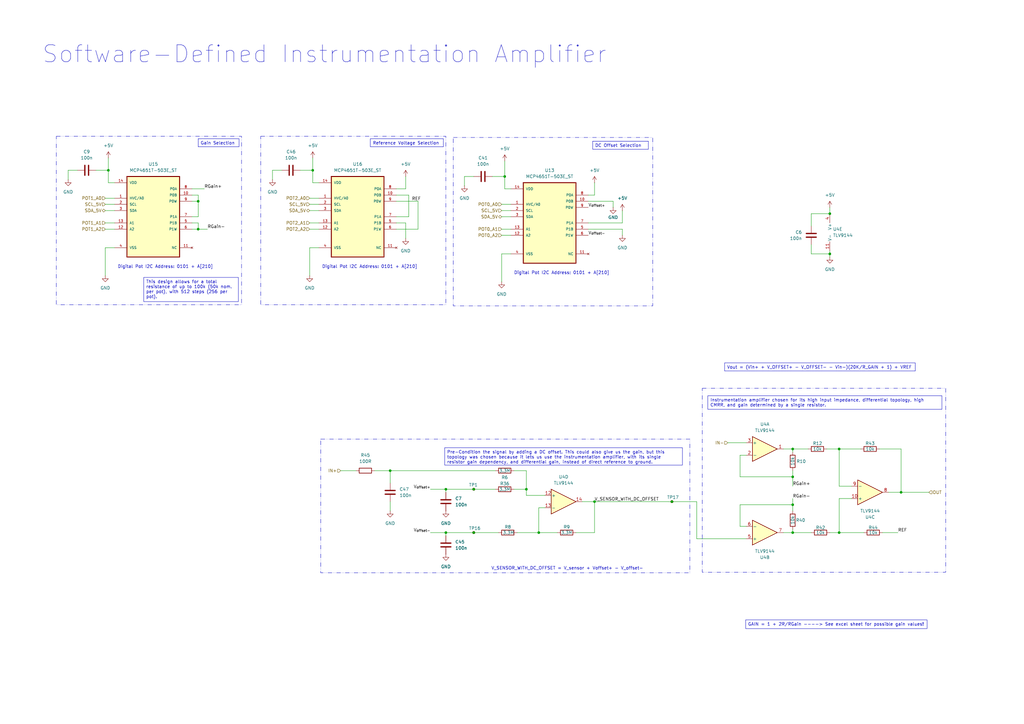
<source format=kicad_sch>
(kicad_sch (version 20250114) (generator "eeschema") (generator_version "9.0")
  (paper "A3")
  (title_block (title "LoRa Water Quality Management System Sensor Node"))
  (lib_symbols
    (symbol "Amplifier_Operational:LMV324" (pin_names (offset 0.127))
      (property "Reference" "U" (at 0 5.08 0))
      (property "Value" "LMV324" (at 0 -5.08 0))
      (symbol "LMV324_1_1"
        (polyline (pts (xy -5.08 5.08) (xy 5.08 0) (xy -5.08 -5.08) (xy -5.08 5.08)) (stroke (width 0.254)) (fill (type background)))
        (pin input line (at -7.62 2.54 0) (length 2.54) (name "+") (number "3"))
        (pin input line (at -7.62 -2.54 0) (length 2.54) (name "-") (number "2"))
        (pin output line (at 7.62 0 180) (length 2.54) (name "~") (number "1"))
      )
      (symbol "LMV324_2_1"
        (polyline (pts (xy -5.08 5.08) (xy 5.08 0) (xy -5.08 -5.08) (xy -5.08 5.08)) (stroke (width 0.254)) (fill (type background)))
        (pin input line (at -7.62 2.54 0) (length 2.54) (name "+") (number "5"))
        (pin input line (at -7.62 -2.54 0) (length 2.54) (name "-") (number "6"))
        (pin output line (at 7.62 0 180) (length 2.54) (name "~") (number "7"))
      )
      (symbol "LMV324_3_1"
        (polyline (pts (xy -5.08 5.08) (xy 5.08 0) (xy -5.08 -5.08) (xy -5.08 5.08)) (stroke (width 0.254)) (fill (type background)))
        (pin input line (at -7.62 2.54 0) (length 2.54) (name "+") (number "10"))
        (pin input line (at -7.62 -2.54 0) (length 2.54) (name "-") (number "9"))
        (pin output line (at 7.62 0 180) (length 2.54) (name "~") (number "8"))
      )
      (symbol "LMV324_4_1"
        (polyline (pts (xy -5.08 5.08) (xy 5.08 0) (xy -5.08 -5.08) (xy -5.08 5.08)) (stroke (width 0.254)) (fill (type background)))
        (pin input line (at -7.62 2.54 0) (length 2.54) (name "+") (number "12"))
        (pin input line (at -7.62 -2.54 0) (length 2.54) (name "-") (number "13"))
        (pin output line (at 7.62 0 180) (length 2.54) (name "~") (number "14"))
      )
      (symbol "LMV324_5_1"
        (pin power_in line (at -2.54 7.62 270) (length 3.81) (name "V+") (number "4"))
        (pin power_in line (at -2.54 -7.62 90) (length 3.81) (name "V-") (number "11"))
      )
    )
    (symbol "Connector:TestPoint_Small" (pin_numbers (hide yes)) (pin_names (offset 0.762) (hide yes))
      (property "Reference" "TP" (at 0 3.81 0))
      (property "Value" "TestPoint_Small" (at 0 2.032 0))
      (symbol "TestPoint_Small_0_1"
        (circle (center 0 0) (radius 0.508))
      )
      (symbol "TestPoint_Small_1_1"
        (pin passive line (at 0 0 90) (length 0) (name "1") (number "1"))
      )
    )
    (symbol "Device:C" (pin_numbers (hide yes)) (pin_names (offset 0.254))
      (property "Reference" "C" (at 0.635 2.54 0))
      (property "Value" "C" (at 0.635 -2.54 0))
      (symbol "C_0_1"
        (polyline (pts (xy -2.032 0.762) (xy 2.032 0.762)) (stroke (width 0.508)))
        (polyline (pts (xy -2.032 -0.762) (xy 2.032 -0.762)) (stroke (width 0.508)))
      )
      (symbol "C_1_1"
        (pin passive line (at 0 3.81 270) (length 2.794) (name "~") (number "1"))
        (pin passive line (at 0 -3.81 90) (length 2.794) (name "~") (number "2"))
      )
    )
    (symbol "Device:R" (pin_numbers (hide yes)) (pin_names (offset 0))
      (property "Reference" "R" (at 2.032 0 90))
      (property "Value" "R" (at 0 0 90))
      (symbol "R_0_1"
        (rectangle (start -1.016 -2.54) (end 1.016 2.54) (stroke (width 0.254)))
      )
      (symbol "R_1_1"
        (pin passive line (at 0 3.81 270) (length 1.27) (name "~") (number "1"))
        (pin passive line (at 0 -3.81 90) (length 1.27) (name "~") (number "2"))
      )
    )
    (symbol "LoRaWaterQualityManagementSystem:MCP4651T-503E_ST" (pin_names (offset 1.016))
      (property "Reference" "U" (at -12.7 23.86 0))
      (property "Value" "MCP4651T-503E_ST" (at -12.7 -26.86 0))
      (symbol "MCP4651T-503E_ST_0_0"
        (rectangle (start -12.7 22.86) (end 8.89 -10.16) (stroke (width 0.41)) (fill (type background)))
        (pin power_in line (at -17.78 20.32 0) (length 5.08) (name "VDD") (number "14"))
        (pin input line (at -17.78 13.97 0) (length 5.08) (name "HVC/A0") (number "1"))
        (pin input line (at -17.78 11.43 0) (length 5.08) (name "SCL") (number "2"))
        (pin bidirectional line (at -17.78 8.89 0) (length 5.08) (name "SDA") (number "3"))
        (pin input line (at -17.78 3.81 0) (length 5.08) (name "A1") (number "13"))
        (pin input line (at -17.78 1.27 0) (length 5.08) (name "A2") (number "12"))
        (pin power_in line (at -17.78 -6.35 0) (length 5.08) (name "VSS") (number "4"))
        (pin bidirectional line (at 13.97 17.78 180) (length 5.08) (name "P0A") (number "8"))
        (pin bidirectional line (at 13.97 15.24 180) (length 5.08) (name "P0B") (number "10"))
        (pin bidirectional line (at 13.97 12.7 180) (length 5.08) (name "P0W") (number "9"))
        (pin bidirectional line (at 13.97 6.35 180) (length 5.08) (name "P1A") (number "7"))
        (pin bidirectional line (at 13.97 3.81 180) (length 5.08) (name "P1B") (number "5"))
        (pin bidirectional line (at 13.97 1.27 180) (length 5.08) (name "P1W") (number "6"))
      )
      (symbol "MCP4651T-503E_ST_1_0"
        (pin no_connect line (at 13.97 -6.35 180) (length 5.08) (name "NC") (number "11"))
      )
    )
    (symbol "power:+5V" (power) (pin_numbers (hide yes)) (pin_names (offset 0) (hide yes))
      (property "Value" "+5V" (at 0 3.556 0))
      (symbol "+5V_0_1"
        (polyline (pts (xy -0.762 1.27) (xy 0 2.54)))
        (polyline (pts (xy 0 2.54) (xy 0.762 1.27)))
        (polyline (pts (xy 0 0) (xy 0 2.54)))
      )
      (symbol "+5V_1_1"
        (pin power_in line (at 0 0 90) (length 0) (name "~") (number "1"))
      )
    )
    (symbol "power:GND" (power) (pin_numbers (hide yes)) (pin_names (offset 0) (hide yes))
      (property "Value" "GND" (at 0 -3.81 0))
      (symbol "GND_0_1"
        (polyline (pts (xy 0 0) (xy 0 -1.27) (xy 1.27 -1.27) (xy 0 -2.54) (xy -1.27 -1.27) (xy 0 -1.27)))
      )
      (symbol "GND_1_1"
        (pin power_in line (at 0 0 270) (length 0) (name "~") (number "1"))
      )
    )
  )
  (rectangle (start 288.036 159.258) (end 387.858 234.696) (stroke (width 0) (type dash_dot_dot)))
  (rectangle (start 23.114 55.88) (end 99.06 124.968) (stroke (width 0) (type dash_dot_dot)))
  (rectangle (start 106.934 55.88) (end 182.88 124.968) (stroke (width 0) (type dash_dot_dot)))
  (rectangle (start 131.572 180.086) (end 282.956 234.95) (stroke (width 0) (type dash_dot_dot)))
  (rectangle (start 185.928 56.388) (end 267.716 125.476) (stroke (width 0) (type dash_dot_dot)))
  (text "Digital Pot I2C Address: 0101 + A[210]" (at 67.818 109.474 0) (effects (font (size 1.27 1.27))))
  (text "Digital Pot I2C Address: 0101 + A[210]" (at 230.378 112.014 0) (effects (font (size 1.27 1.27))))
  (text "Software-Defined Instrumentation Amplifier" (at 133.096 22.352 0) (effects (font (size 7 7))))
  (text "Digital Pot I2C Address: 0101 + A[210]" (at 151.638 109.474 0) (effects (font (size 1.27 1.27))))
  (text "V_SENSOR_WITH_DC_OFFSET = V_sensor + Voffset+ - V_offset-" (at 232.664 233.172 0) (effects (font (size 1.27 1.27))))
  (text_box "DC Offset Selection" (at 243.078 57.912 0) (size 22.86 3.302) (margins 0.9525 0.9525 0.9525 0.9525) (effects (font (size 1.27 1.27)) (justify left top)))
  (text_box "Vout = (Vin+ + V_OFFSET+ - V_OFFSET- - Vin-)(20K/R_GAIN + 1) + VREF" (at 297.18 148.844 0) (size 78.232 3.302) (margins 0.9525 0.9525 0.9525 0.9525) (effects (font (size 1.27 1.27)) (justify left top)))
  (text_box "GAIN = 1 + 2R/RGain ----> See excel sheet for possible gain values!" (at 305.816 254.254 0) (size 74.422 3.556) (margins 0.9525 0.9525 0.9525 0.9525) (effects (font (size 1.27 1.27)) (justify left top)))
  (text_box "Instrumentation amplifier chosen for its high input impedance, differential topology, high CMRR, and gain determined by a single resistor." (at 290.322 162.306 0) (size 96.012 5.588) (margins 0.9525 0.9525 0.9525 0.9525) (effects (font (size 1.27 1.27)) (justify left top)))
  (text_box "Pre-Condition the signal by adding a DC offset. This could also give us the gain, but this topology was chosen because it lets us use the instrumentation amplifier, with its single resistor gain dependency, and differential gain, instead of direct reference to ground." (at 182.372 183.642 0) (size 97.536 7.112) (margins 0.9525 0.9525 0.9525 0.9525) (effects (font (size 1.27 1.27)) (justify left top)))
  (text_box "Reference Voltage Selection" (at 151.892 56.896 0) (size 29.972 3.302) (margins 0.9525 0.9525 0.9525 0.9525) (effects (font (size 1.27 1.27)) (justify left top)))
  (text_box "This design allows for a total resistance of up to 100k (50k nom. per pot), with 512 steps (256 per pot)." (at 58.928 113.792 0) (size 38.862 9.906) (margins 0.9525 0.9525 0.9525 0.9525) (effects (font (size 1.27 1.27)) (justify left top)))
  (text_box "Gain Selection" (at 81.28 56.896 0) (size 16.764 3.302) (margins 0.9525 0.9525 0.9525 0.9525) (effects (font (size 1.27 1.27)) (justify left top)))
  (junction (at 194.31 200.66))
  (junction (at 182.88 218.44))
  (junction (at 81.28 93.98))
  (junction (at 194.31 218.44))
  (junction (at 160.02 193.04))
  (junction (at 81.28 82.55))
  (junction (at 207.01 72.39))
  (junction (at 325.12 218.44))
  (junction (at 182.88 200.66))
  (junction (at 325.12 207.01))
  (junction (at 215.9 200.66))
  (junction (at 128.27 69.85))
  (junction (at 243.84 205.74))
  (junction (at 44.45 69.85))
  (junction (at 325.12 195.58))
  (junction (at 340.36 104.14))
  (junction (at 344.17 218.44))
  (junction (at 275.59 205.74))
  (junction (at 369.57 201.93))
  (junction (at 325.12 184.15))
  (junction (at 344.17 184.15))
  (junction (at 340.36 87.63))
  (junction (at 220.98 218.44))
  (wire (pts (xy 201.93 72.39) (xy 207.01 72.39)))
  (wire (pts (xy 251.46 85.09) (xy 251.46 82.55)))
  (wire (pts (xy 207.01 66.04) (xy 207.01 72.39)))
  (wire (pts (xy 325.12 184.15) (xy 321.31 184.15)))
  (wire (pts (xy 160.02 193.04) (xy 203.2 193.04)))
  (wire (pts (xy 220.98 208.28) (xy 220.98 218.44)))
  (wire (pts (xy 349.25 204.47) (xy 344.17 204.47)))
  (wire (pts (xy 340.36 218.44) (xy 344.17 218.44)))
  (wire (pts (xy 369.57 201.93) (xy 381 201.93)))
  (wire (pts (xy 127 93.98) (xy 130.81 93.98)))
  (wire (pts (xy 127 91.44) (xy 130.81 91.44)))
  (wire (pts (xy 325.12 207.01) (xy 303.53 207.01)))
  (wire (pts (xy 303.53 186.69) (xy 306.07 186.69)))
  (wire (pts (xy 325.12 218.44) (xy 332.74 218.44)))
  (wire (pts (xy 255.27 86.36) (xy 255.27 91.44)))
  (wire (pts (xy 325.12 217.17) (xy 325.12 218.44)))
  (wire (pts (xy 220.98 218.44) (xy 228.6 218.44)))
  (wire (pts (xy 81.28 93.98) (xy 85.09 93.98)))
  (wire (pts (xy 182.88 200.66) (xy 182.88 201.93)))
  (wire (pts (xy 162.56 88.9) (xy 167.64 88.9)))
  (wire (pts (xy 303.53 215.9) (xy 306.07 215.9)))
  (wire (pts (xy 332.74 87.63) (xy 332.74 92.71)))
  (wire (pts (xy 205.74 104.14) (xy 209.55 104.14)))
  (wire (pts (xy 162.56 82.55) (xy 171.45 82.55)))
  (wire (pts (xy 182.88 218.44) (xy 182.88 219.71)))
  (wire (pts (xy 340.36 104.14) (xy 340.36 102.87)))
  (wire (pts (xy 166.37 91.44) (xy 166.37 97.79)))
  (wire (pts (xy 27.94 69.85) (xy 27.94 73.66)))
  (wire (pts (xy 205.74 86.36) (xy 209.55 86.36)))
  (wire (pts (xy 205.74 93.98) (xy 209.55 93.98)))
  (wire (pts (xy 215.9 203.2) (xy 215.9 200.66)))
  (wire (pts (xy 194.31 218.44) (xy 204.47 218.44)))
  (wire (pts (xy 340.36 85.09) (xy 340.36 87.63)))
  (wire (pts (xy 160.02 198.12) (xy 160.02 193.04)))
  (wire (pts (xy 167.64 80.01) (xy 162.56 80.01)))
  (wire (pts (xy 243.84 218.44) (xy 243.84 205.74)))
  (wire (pts (xy 162.56 91.44) (xy 166.37 91.44)))
  (wire (pts (xy 344.17 218.44) (xy 354.33 218.44)))
  (wire (pts (xy 127 101.6) (xy 130.81 101.6)))
  (wire (pts (xy 160.02 205.74) (xy 160.02 209.55)))
  (wire (pts (xy 127 81.28) (xy 130.81 81.28)))
  (wire (pts (xy 167.64 88.9) (xy 167.64 80.01)))
  (wire (pts (xy 81.28 88.9) (xy 78.74 88.9)))
  (wire (pts (xy 115.57 69.85) (xy 111.76 69.85)))
  (wire (pts (xy 215.9 203.2) (xy 223.52 203.2)))
  (wire (pts (xy 344.17 204.47) (xy 344.17 218.44)))
  (wire (pts (xy 194.31 200.66) (xy 203.2 200.66)))
  (wire (pts (xy 162.56 77.47) (xy 166.37 77.47)))
  (wire (pts (xy 325.12 193.04) (xy 325.12 195.58)))
  (wire (pts (xy 207.01 72.39) (xy 207.01 77.47)))
  (wire (pts (xy 303.53 207.01) (xy 303.53 215.9)))
  (wire (pts (xy 236.22 218.44) (xy 243.84 218.44)))
  (wire (pts (xy 160.02 193.04) (xy 153.67 193.04)))
  (wire (pts (xy 238.76 205.74) (xy 243.84 205.74)))
  (wire (pts (xy 43.18 83.82) (xy 46.99 83.82)))
  (wire (pts (xy 209.55 77.47) (xy 207.01 77.47)))
  (wire (pts (xy 78.74 82.55) (xy 81.28 82.55)))
  (wire (pts (xy 369.57 184.15) (xy 369.57 201.93)))
  (wire (pts (xy 162.56 93.98) (xy 171.45 93.98)))
  (wire (pts (xy 46.99 74.93) (xy 44.45 74.93)))
  (wire (pts (xy 243.84 80.01) (xy 241.3 80.01)))
  (wire (pts (xy 194.31 72.39) (xy 190.5 72.39)))
  (wire (pts (xy 303.53 195.58) (xy 303.53 186.69)))
  (wire (pts (xy 325.12 218.44) (xy 321.31 218.44)))
  (wire (pts (xy 43.18 101.6) (xy 43.18 113.03)))
  (wire (pts (xy 128.27 69.85) (xy 128.27 74.93)))
  (wire (pts (xy 361.95 218.44) (xy 368.3 218.44)))
  (wire (pts (xy 43.18 93.98) (xy 46.99 93.98)))
  (wire (pts (xy 130.81 74.93) (xy 128.27 74.93)))
  (wire (pts (xy 43.18 91.44) (xy 46.99 91.44)))
  (wire (pts (xy 210.82 200.66) (xy 215.9 200.66)))
  (wire (pts (xy 285.75 205.74) (xy 275.59 205.74)))
  (wire (pts (xy 31.75 69.85) (xy 27.94 69.85)))
  (wire (pts (xy 325.12 204.47) (xy 325.12 207.01)))
  (wire (pts (xy 44.45 69.85) (xy 44.45 74.93)))
  (wire (pts (xy 325.12 184.15) (xy 331.47 184.15)))
  (wire (pts (xy 255.27 96.52) (xy 255.27 93.98)))
  (wire (pts (xy 241.3 82.55) (xy 251.46 82.55)))
  (wire (pts (xy 298.45 181.61) (xy 306.07 181.61)))
  (wire (pts (xy 241.3 91.44) (xy 255.27 91.44)))
  (wire (pts (xy 332.74 100.33) (xy 332.74 104.14)))
  (wire (pts (xy 332.74 104.14) (xy 340.36 104.14)))
  (wire (pts (xy 127 86.36) (xy 130.81 86.36)))
  (wire (pts (xy 220.98 208.28) (xy 223.52 208.28)))
  (wire (pts (xy 78.74 93.98) (xy 81.28 93.98)))
  (wire (pts (xy 123.19 69.85) (xy 128.27 69.85)))
  (wire (pts (xy 360.68 184.15) (xy 369.57 184.15)))
  (wire (pts (xy 43.18 101.6) (xy 46.99 101.6)))
  (wire (pts (xy 111.76 69.85) (xy 111.76 73.66)))
  (wire (pts (xy 344.17 184.15) (xy 353.06 184.15)))
  (wire (pts (xy 215.9 193.04) (xy 210.82 193.04)))
  (wire (pts (xy 205.74 96.52) (xy 209.55 96.52)))
  (wire (pts (xy 215.9 200.66) (xy 215.9 193.04)))
  (wire (pts (xy 344.17 199.39) (xy 344.17 184.15)))
  (wire (pts (xy 43.18 81.28) (xy 46.99 81.28)))
  (wire (pts (xy 243.84 205.74) (xy 275.59 205.74)))
  (wire (pts (xy 340.36 105.41) (xy 340.36 104.14)))
  (wire (pts (xy 139.7 193.04) (xy 146.05 193.04)))
  (wire (pts (xy 166.37 72.39) (xy 166.37 77.47)))
  (wire (pts (xy 171.45 82.55) (xy 171.45 93.98)))
  (wire (pts (xy 81.28 80.01) (xy 81.28 82.55)))
  (wire (pts (xy 325.12 185.42) (xy 325.12 184.15)))
  (wire (pts (xy 349.25 199.39) (xy 344.17 199.39)))
  (wire (pts (xy 127 83.82) (xy 130.81 83.82)))
  (wire (pts (xy 176.53 218.44) (xy 182.88 218.44)))
  (wire (pts (xy 78.74 77.47) (xy 83.82 77.47)))
  (wire (pts (xy 205.74 104.14) (xy 205.74 115.57)))
  (wire (pts (xy 128.27 64.77) (xy 128.27 69.85)))
  (wire (pts (xy 339.09 184.15) (xy 344.17 184.15)))
  (wire (pts (xy 325.12 207.01) (xy 325.12 209.55)))
  (wire (pts (xy 332.74 87.63) (xy 340.36 87.63)))
  (wire (pts (xy 285.75 205.74) (xy 285.75 220.98)))
  (wire (pts (xy 190.5 72.39) (xy 190.5 76.2)))
  (wire (pts (xy 369.57 201.93) (xy 364.49 201.93)))
  (wire (pts (xy 78.74 91.44) (xy 81.28 91.44)))
  (wire (pts (xy 81.28 82.55) (xy 81.28 88.9)))
  (wire (pts (xy 243.84 74.93) (xy 243.84 80.01)))
  (wire (pts (xy 81.28 91.44) (xy 81.28 93.98)))
  (wire (pts (xy 212.09 218.44) (xy 220.98 218.44)))
  (wire (pts (xy 205.74 83.82) (xy 209.55 83.82)))
  (wire (pts (xy 127 101.6) (xy 127 113.03)))
  (wire (pts (xy 39.37 69.85) (xy 44.45 69.85)))
  (wire (pts (xy 205.74 88.9) (xy 209.55 88.9)))
  (wire (pts (xy 285.75 220.98) (xy 306.07 220.98)))
  (wire (pts (xy 182.88 218.44) (xy 194.31 218.44)))
  (wire (pts (xy 241.3 93.98) (xy 255.27 93.98)))
  (wire (pts (xy 325.12 195.58) (xy 303.53 195.58)))
  (wire (pts (xy 182.88 200.66) (xy 194.31 200.66)))
  (wire (pts (xy 78.74 80.01) (xy 81.28 80.01)))
  (wire (pts (xy 176.53 200.66) (xy 182.88 200.66)))
  (wire (pts (xy 43.18 86.36) (xy 46.99 86.36)))
  (wire (pts (xy 44.45 64.77) (xy 44.45 69.85)))
  (wire (pts (xy 325.12 199.39) (xy 325.12 195.58)))
  (label "RGain-" (at 325.12 204.47 0))
  (label "RGain+" (at 325.12 199.39 0))
  (label "V_{offset-}" (at 241.3 96.52 0))
  (label "V_{offset+}" (at 176.53 200.66 180))
  (label "RGain+" (at 83.82 77.47 0))
  (label "V_SENSOR_WITH_DC_OFFSET" (at 243.84 205.74 0))
  (label "RGain-" (at 85.09 93.98 0))
  (label "REF" (at 168.91 82.55 0))
  (label "V_{offset+}" (at 241.3 85.09 0))
  (label "REF" (at 368.3 218.44 0))
  (label "V_{offset-}" (at 176.53 218.44 180))
  (hierarchical_label "POT2_A0" (shape input) (at 127 81.28 180))
  (hierarchical_label "SDA_5V" (shape bidirectional) (at 43.18 86.36 180))
  (hierarchical_label "SCL_5V" (shape input) (at 43.18 83.82 180))
  (hierarchical_label "IN-" (shape input) (at 298.45 181.61 180))
  (hierarchical_label "POT1_A0" (shape input) (at 43.18 81.28 180))
  (hierarchical_label "POT2_A1" (shape input) (at 127 91.44 180))
  (hierarchical_label "SCL_5V" (shape input) (at 127 83.82 180))
  (hierarchical_label "SDA_5V" (shape bidirectional) (at 205.74 88.9 180))
  (hierarchical_label "POT0_A0" (shape input) (at 205.74 83.82 180))
  (hierarchical_label "POT2_A2" (shape input) (at 127 93.98 180))
  (hierarchical_label "POT1_A2" (shape input) (at 43.18 93.98 180))
  (hierarchical_label "OUT" (shape input) (at 381 201.93 0))
  (hierarchical_label "POT1_A1" (shape input) (at 43.18 91.44 180))
  (hierarchical_label "POT0_A2" (shape input) (at 205.74 96.52 180))
  (hierarchical_label "SDA_5V" (shape bidirectional) (at 127 86.36 180))
  (hierarchical_label "SCL_5V" (shape input) (at 205.74 86.36 180))
  (hierarchical_label "POT0_A1" (shape input) (at 205.74 93.98 180))
  (hierarchical_label "IN+" (shape input) (at 139.7 193.04 180))
  (symbol (lib_id "power:GND") (at 255.27 96.52 0) (unit 1)
    (property "Reference" "#PWR084" (effects (hide yes)))
    (property "Value" "GND" (at 255.27 101.6 0))
    (property "Description" "Power symbol creates a global label with name \"GND\" , ground" (effects (hide yes)))
  )
  (symbol (lib_id "Amplifier_Operational:LMV324") (at 342.9 95.25 0) (unit 5)
    (property "Reference" "U14" (at 341.63 93.9799 0) (effects (justify left)))
    (property "Value" "TLV9144" (at 341.63 96.5199 0) (effects (justify left)))
    (property "Footprint" "Package_SO:TSSOP-14_4.4x5mm_P0.65mm" (effects (hide yes)))
    (property "Datasheet" "http://www.ti.com/lit/ds/symlink/lmv324.pdf" (effects (hide yes)))
    (property "Description" "Quad Low-Voltage Rail-to-Rail Output Operational Amplifier, SOIC-14/SSOP-14" (effects (hide yes)))
    (instances (project "" (path "" (reference "U4") (unit 5))) (project "" (path "" (reference "U14") (unit 5))))
  )
  (symbol (lib_id "Device:R") (at 207.01 193.04 90) (unit 1)
    (property "Reference" "R35" (at 207.01 195.834 90))
    (property "Value" "3.3M" (at 207.01 193.04 90))
    (property "Footprint" "Resistor_SMD:R_0805_2012Metric_Pad1.20x1.40mm_HandSolder" (effects (hide yes)))
    (property "Description" "Resistor" (effects (hide yes)))
    (instances (project "" (path "" (reference "R6") (unit 1))) (project "" (path "" (reference "R35") (unit 1))))
  )
  (symbol (lib_id "Device:C") (at 182.88 223.52 0) (unit 1)
    (property "Reference" "C45" (at 186.69 222.2499 0) (effects (justify left)))
    (property "Value" "100n" (at 186.69 224.7899 0) (effects (justify left)))
    (property "Footprint" "Capacitor_SMD:C_0805_2012Metric_Pad1.18x1.45mm_HandSolder" (effects (hide yes)))
    (property "Description" "Unpolarized capacitor" (effects (hide yes)))
  )
  (symbol (lib_id "power:+5V") (at 243.84 74.93 0) (unit 1)
    (property "Reference" "#PWR081" (effects (hide yes)))
    (property "Value" "+5V" (at 243.84 69.85 0))
    (property "Description" "Power symbol creates a global label with name \"+5V\"" (effects (hide yes)))
  )
  (symbol (lib_id "Device:R") (at 336.55 218.44 90) (mirror x) (unit 1)
    (property "Reference" "R42" (at 336.55 216.408 90))
    (property "Value" "10k" (at 336.55 218.44 90))
    (property "Footprint" "Resistor_SMD:R_0805_2012Metric_Pad1.20x1.40mm_HandSolder" (effects (hide yes)))
    (property "Description" "Resistor" (effects (hide yes)))
  )
  (symbol (lib_id "power:+5V") (at 128.27 64.77 0) (unit 1)
    (property "Reference" "#PWR094" (effects (hide yes)))
    (property "Value" "+5V" (at 128.27 59.69 0))
    (property "Description" "Power symbol creates a global label with name \"+5V\"" (effects (hide yes)))
  )
  (symbol (lib_id "LoRaWaterQualityManagementSystem:MCP4651T-503E_ST") (at 227.33 97.79 0) (unit 1)
    (property "Reference" "U13" (at 225.425 69.85 0))
    (property "Value" "MCP4651T-503E_ST" (at 225.425 72.39 0))
    (property "Footprint" "Package_SO:TSSOP-14_4.4x5mm_P0.65mm" (effects (hide yes)))
  )
  (symbol (lib_id "Device:C") (at 160.02 201.93 0) (unit 1)
    (property "Reference" "C47" (at 163.83 200.6599 0) (effects (justify left)))
    (property "Value" "100n" (at 163.83 203.1999 0) (effects (justify left)))
    (property "Footprint" "Capacitor_SMD:C_0805_2012Metric_Pad1.18x1.45mm_HandSolder" (effects (hide yes)))
    (property "Description" "Unpolarized capacitor" (effects (hide yes)))
  )
  (symbol (lib_id "Connector:TestPoint_Small") (at 194.31 218.44 0) (unit 1)
    (property "Reference" "TP16" (at 192.278 216.662 0) (effects (justify left)))
    (property "Value" "TestPoint_Small" (effects (hide yes)))
    (property "Footprint" "TestPoint:TestPoint_Pad_D1.5mm" (effects (hide yes)))
    (property "Description" "test point" (effects (hide yes)))
  )
  (symbol (lib_id "power:GND") (at 205.74 115.57 0) (unit 1)
    (property "Reference" "#PWR079" (effects (hide yes)))
    (property "Value" "GND" (at 205.74 120.65 0))
    (property "Description" "Power symbol creates a global label with name \"GND\" , ground" (effects (hide yes)))
  )
  (symbol (lib_id "power:GND") (at 111.76 73.66 0) (unit 1)
    (property "Reference" "#PWR092" (effects (hide yes)))
    (property "Value" "GND" (at 111.76 78.74 0))
    (property "Description" "Power symbol creates a global label with name \"GND\" , ground" (effects (hide yes)))
  )
  (symbol (lib_id "power:+5V") (at 255.27 86.36 0) (unit 1)
    (property "Reference" "#PWR083" (effects (hide yes)))
    (property "Value" "+5V" (at 255.27 81.28 0))
    (property "Description" "Power symbol creates a global label with name \"+5V\"" (effects (hide yes)))
  )
  (symbol (lib_id "power:GND") (at 190.5 76.2 0) (unit 1)
    (property "Reference" "#PWR078" (effects (hide yes)))
    (property "Value" "GND" (at 190.5 81.28 0))
    (property "Description" "Power symbol creates a global label with name \"GND\" , ground" (effects (hide yes)))
  )
  (symbol (lib_id "Connector:TestPoint_Small") (at 194.31 200.66 0) (unit 1)
    (property "Reference" "TP15" (at 192.278 198.882 0) (effects (justify left)))
    (property "Value" "TestPoint_Small" (effects (hide yes)))
    (property "Footprint" "TestPoint:TestPoint_Pad_D1.5mm" (effects (hide yes)))
    (property "Description" "test point" (effects (hide yes)))
    (instances (project "" (path "" (reference "TP1") (unit 1))) (project "" (path "" (reference "TP?") (unit 1)) (path "" (reference "TP15") (unit 1))))
  )
  (symbol (lib_id "power:GND") (at 182.88 209.55 0) (unit 1)
    (property "Reference" "#PWR090" (effects (hide yes)))
    (property "Value" "GND" (at 182.88 214.63 0))
    (property "Description" "Power symbol creates a global label with name \"GND\" , ground" (effects (hide yes)))
    (instances (project "" (path "" (reference "#PWR022") (unit 1))) (project "" (path "" (reference "#PWR090") (unit 1))))
  )
  (symbol (lib_id "power:GND") (at 27.94 73.66 0) (unit 1)
    (property "Reference" "#PWR085" (effects (hide yes)))
    (property "Value" "GND" (at 27.94 78.74 0))
    (property "Description" "Power symbol creates a global label with name \"GND\" , ground" (effects (hide yes)))
    (instances (project "" (path "" (reference "#PWR028") (unit 1))) (project "" (path "" (reference "#PWR085") (unit 1))))
  )
  (symbol (lib_id "power:GND") (at 166.37 97.79 0) (unit 1)
    (property "Reference" "#PWR096" (effects (hide yes)))
    (property "Value" "GND" (at 166.37 102.87 0))
    (property "Description" "Power symbol creates a global label with name \"GND\" , ground" (effects (hide yes)))
  )
  (symbol (lib_id "LoRaWaterQualityManagementSystem:MCP4651T-503E_ST") (at 64.77 95.25 0) (unit 1)
    (property "Reference" "U15" (at 62.865 67.31 0))
    (property "Value" "MCP4651T-503E_ST" (at 62.865 69.85 0))
    (property "Footprint" "Package_SO:TSSOP-14_4.4x5mm_P0.65mm" (effects (hide yes)))
  )
  (symbol (lib_id "power:GND") (at 43.18 113.03 0) (unit 1)
    (property "Reference" "#PWR086" (effects (hide yes)))
    (property "Value" "GND" (at 43.18 118.11 0))
    (property "Description" "Power symbol creates a global label with name \"GND\" , ground" (effects (hide yes)))
    (instances (project "" (path "" (reference "#PWR029") (unit 1))) (project "" (path "" (reference "#PWR086") (unit 1))))
  )
  (symbol (lib_id "Device:R") (at 207.01 200.66 90) (mirror x) (unit 1)
    (property "Reference" "R36" (at 207.01 198.374 90))
    (property "Value" "3.3M" (at 207.01 200.66 90))
    (property "Footprint" "Resistor_SMD:R_0805_2012Metric_Pad1.20x1.40mm_HandSolder" (effects (hide yes)))
    (property "Description" "Resistor" (effects (hide yes)))
  )
  (symbol (lib_id "Device:R") (at 358.14 218.44 90) (mirror x) (unit 1)
    (property "Reference" "R44" (at 358.14 216.408 90))
    (property "Value" "10k" (at 358.14 218.44 90))
    (property "Footprint" "Resistor_SMD:R_0805_2012Metric_Pad1.20x1.40mm_HandSolder" (effects (hide yes)))
    (property "Description" "Resistor" (effects (hide yes)))
  )
  (symbol (lib_id "power:GND") (at 160.02 209.55 0) (unit 1)
    (property "Reference" "#PWR097" (effects (hide yes)))
    (property "Value" "GND" (at 160.02 214.63 0))
    (property "Description" "Power symbol creates a global label with name \"GND\" , ground" (effects (hide yes)))
  )
  (symbol (lib_id "Device:R") (at 208.28 218.44 90) (unit 1)
    (property "Reference" "R37" (at 208.28 216.154 90))
    (property "Value" "3.3M" (at 208.534 218.44 90))
    (property "Footprint" "Resistor_SMD:R_0805_2012Metric_Pad1.20x1.40mm_HandSolder" (effects (hide yes)))
    (property "Description" "Resistor" (effects (hide yes)))
    (instances (project "" (path "" (reference "R8") (unit 1))) (project "" (path "" (reference "R37") (unit 1))))
  )
  (symbol (lib_id "Connector:TestPoint_Small") (at 275.59 205.74 0) (unit 1)
    (property "Reference" "TP17" (at 273.558 203.962 0) (effects (justify left)))
    (property "Value" "TestPoint_Small" (effects (hide yes)))
    (property "Footprint" "TestPoint:TestPoint_Pad_D1.5mm" (effects (hide yes)))
    (property "Description" "test point" (effects (hide yes)))
  )
  (symbol (lib_id "power:+5V") (at 340.36 85.09 0) (unit 1)
    (property "Reference" "#PWR088" (effects (hide yes)))
    (property "Value" "+5V" (at 340.36 80.01 0))
    (property "Description" "Power symbol creates a global label with name \"+5V\"" (effects (hide yes)))
    (instances (project "" (path "" (reference "#PWR020") (unit 1))) (project "" (path "" (reference "#PWR088") (unit 1))))
  )
  (symbol (lib_id "power:GND") (at 340.36 105.41 0) (unit 1)
    (property "Reference" "#PWR089" (effects (hide yes)))
    (property "Value" "GND" (at 340.36 110.49 0))
    (property "Description" "Power symbol creates a global label with name \"GND\" , ground" (effects (hide yes)))
    (instances (project "" (path "" (reference "#PWR021") (unit 1))) (project "" (path "" (reference "#PWR089") (unit 1))))
  )
  (symbol (lib_id "Amplifier_Operational:LMV324") (at 313.69 184.15 0) (unit 1)
    (property "Reference" "U14" (at 313.69 173.99 0))
    (property "Value" "TLV9144" (at 313.69 176.53 0))
    (property "Footprint" "Package_SO:TSSOP-14_4.4x5mm_P0.65mm" (effects (hide yes)))
    (property "Datasheet" "http://www.ti.com/lit/ds/symlink/lmv324.pdf" (effects (hide yes)))
    (property "Description" "Quad Low-Voltage Rail-to-Rail Output Operational Amplifier, SOIC-14/SSOP-14" (effects (hide yes)))
    (instances (project "" (path "" (reference "U4") (unit 1))) (project "" (path "" (reference "U14") (unit 1))))
  )
  (symbol (lib_id "Device:C") (at 35.56 69.85 90) (unit 1)
    (property "Reference" "C42" (at 35.56 62.23 90))
    (property "Value" "100n" (at 35.56 64.77 90))
    (property "Footprint" "Capacitor_SMD:C_0805_2012Metric_Pad1.18x1.45mm_HandSolder" (effects (hide yes)))
    (property "Description" "Unpolarized capacitor" (effects (hide yes)))
    (instances (project "" (path "" (reference "C9") (unit 1))) (project "" (path "" (reference "C42") (unit 1))))
  )
  (symbol (lib_id "Device:R") (at 325.12 213.36 0) (unit 1)
    (property "Reference" "R40" (at 326.39 213.36 0) (effects (justify left)))
    (property "Value" "10k" (at 325.12 215.138 90) (effects (justify left)))
    (property "Footprint" "Resistor_SMD:R_0805_2012Metric_Pad1.20x1.40mm_HandSolder" (effects (hide yes)))
    (property "Description" "Resistor" (effects (hide yes)))
  )
  (symbol (lib_id "power:GND") (at 251.46 85.09 0) (unit 1)
    (property "Reference" "#PWR082" (effects (hide yes)))
    (property "Value" "GND" (at 251.46 89.154 0))
    (property "Description" "Power symbol creates a global label with name \"GND\" , ground" (effects (hide yes)))
    (instances (project "" (path "" (reference "#PWR025") (unit 1))) (project "" (path "" (reference "#PWR082") (unit 1))))
  )
  (symbol (lib_id "Device:R") (at 356.87 184.15 90) (unit 1)
    (property "Reference" "R43" (at 356.87 181.864 90))
    (property "Value" "10k" (at 356.87 184.15 90))
    (property "Footprint" "Resistor_SMD:R_0805_2012Metric_Pad1.20x1.40mm_HandSolder" (effects (hide yes)))
    (property "Description" "Resistor" (effects (hide yes)))
  )
  (symbol (lib_id "Amplifier_Operational:LMV324") (at 231.14 205.74 0) (unit 4)
    (property "Reference" "U14" (at 231.14 195.58 0))
    (property "Value" "TLV9144" (at 231.14 198.12 0))
    (property "Footprint" "Package_SO:TSSOP-14_4.4x5mm_P0.65mm" (effects (hide yes)))
    (property "Datasheet" "http://www.ti.com/lit/ds/symlink/lmv324.pdf" (effects (hide yes)))
    (property "Description" "Quad Low-Voltage Rail-to-Rail Output Operational Amplifier, SOIC-14/SSOP-14" (effects (hide yes)))
    (instances (project "" (path "" (reference "U4") (unit 4))) (project "" (path "" (reference "U14") (unit 4))))
  )
  (symbol (lib_id "Device:C") (at 119.38 69.85 90) (unit 1)
    (property "Reference" "C46" (at 119.38 62.23 90))
    (property "Value" "100n" (at 119.38 64.77 90))
    (property "Footprint" "Capacitor_SMD:C_0805_2012Metric_Pad1.18x1.45mm_HandSolder" (effects (hide yes)))
    (property "Description" "Unpolarized capacitor" (effects (hide yes)))
  )
  (symbol (lib_id "Device:R") (at 149.86 193.04 90) (unit 1)
    (property "Reference" "R45" (at 149.86 186.69 90))
    (property "Value" "100R" (at 149.86 189.23 90))
    (property "Footprint" "Resistor_SMD:R_0805_2012Metric_Pad1.20x1.40mm_HandSolder" (effects (hide yes)))
    (property "Description" "Resistor" (effects (hide yes)))
  )
  (symbol (lib_id "Device:R") (at 232.41 218.44 90) (unit 1)
    (property "Reference" "R38" (at 232.41 216.154 90))
    (property "Value" "3.3M" (at 232.41 218.44 90))
    (property "Footprint" "Resistor_SMD:R_0805_2012Metric_Pad1.20x1.40mm_HandSolder" (effects (hide yes)))
    (property "Description" "Resistor" (effects (hide yes)))
    (instances (project "" (path "" (reference "R9") (unit 1))) (project "" (path "" (reference "R38") (unit 1))))
  )
  (symbol (lib_id "power:+5V") (at 44.45 64.77 0) (unit 1)
    (property "Reference" "#PWR087" (effects (hide yes)))
    (property "Value" "+5V" (at 44.45 59.69 0))
    (property "Description" "Power symbol creates a global label with name \"+5V\"" (effects (hide yes)))
  )
  (symbol (lib_id "Device:R") (at 325.12 189.23 0) (unit 1)
    (property "Reference" "R39" (at 326.644 189.23 0) (effects (justify left)))
    (property "Value" "10k" (at 325.12 191.008 90) (effects (justify left)))
    (property "Footprint" "Resistor_SMD:R_0805_2012Metric_Pad1.20x1.40mm_HandSolder" (effects (hide yes)))
    (property "Description" "Resistor" (effects (hide yes)))
    (instances (project "" (path "" (reference "R10") (unit 1))) (project "" (path "" (reference "R39") (unit 1))))
  )
  (symbol (lib_id "power:+5V") (at 207.01 66.04 0) (unit 1)
    (property "Reference" "#PWR080" (effects (hide yes)))
    (property "Value" "+5V" (at 207.01 60.96 0))
    (property "Description" "Power symbol creates a global label with name \"+5V\"" (effects (hide yes)))
    (instances (project "" (path "" (reference "#PWR019") (unit 1))) (project "" (path "" (reference "#PWR080") (unit 1))))
  )
  (symbol (lib_id "Amplifier_Operational:LMV324") (at 356.87 201.93 0) (mirror x) (unit 3)
    (property "Reference" "U14" (at 356.87 212.09 0))
    (property "Value" "TLV9144" (at 356.87 209.55 0))
    (property "Footprint" "Package_SO:TSSOP-14_4.4x5mm_P0.65mm" (effects (hide yes)))
    (property "Datasheet" "http://www.ti.com/lit/ds/symlink/lmv324.pdf" (effects (hide yes)))
    (property "Description" "Quad Low-Voltage Rail-to-Rail Output Operational Amplifier, SOIC-14/SSOP-14" (effects (hide yes)))
    (instances (project "" (path "" (reference "U4") (unit 3))) (project "" (path "" (reference "U14") (unit 3))))
  )
  (symbol (lib_id "LoRaWaterQualityManagementSystem:MCP4651T-503E_ST") (at 148.59 95.25 0) (unit 1)
    (property "Reference" "U16" (at 146.685 67.31 0))
    (property "Value" "MCP4651T-503E_ST" (at 146.685 69.85 0))
    (property "Footprint" "Package_SO:TSSOP-14_4.4x5mm_P0.65mm" (effects (hide yes)))
  )
  (symbol (lib_id "Device:C") (at 182.88 205.74 0) (unit 1)
    (property "Reference" "C44" (at 186.69 204.4699 0) (effects (justify left)))
    (property "Value" "100n" (at 186.69 207.0099 0) (effects (justify left)))
    (property "Footprint" "Capacitor_SMD:C_0805_2012Metric_Pad1.18x1.45mm_HandSolder" (effects (hide yes)))
    (property "Description" "Unpolarized capacitor" (effects (hide yes)))
    (instances (project "" (path "" (reference "C7") (unit 1))) (project "" (path "" (reference "C44") (unit 1))))
  )
  (symbol (lib_id "Device:C") (at 198.12 72.39 90) (unit 1)
    (property "Reference" "C41" (at 198.12 64.77 90))
    (property "Value" "100n" (at 198.12 67.31 90))
    (property "Footprint" "Capacitor_SMD:C_0805_2012Metric_Pad1.18x1.45mm_HandSolder" (effects (hide yes)))
    (property "Description" "Unpolarized capacitor" (effects (hide yes)))
  )
  (symbol (lib_id "power:+5V") (at 166.37 72.39 0) (unit 1)
    (property "Reference" "#PWR095" (effects (hide yes)))
    (property "Value" "+5V" (at 166.37 67.31 0))
    (property "Description" "Power symbol creates a global label with name \"+5V\"" (effects (hide yes)))
  )
  (symbol (lib_id "power:GND") (at 127 113.03 0) (unit 1)
    (property "Reference" "#PWR093" (effects (hide yes)))
    (property "Value" "GND" (at 127 118.11 0))
    (property "Description" "Power symbol creates a global label with name \"GND\" , ground" (effects (hide yes)))
  )
  (symbol (lib_id "Device:C") (at 332.74 96.52 0) (unit 1)
    (property "Reference" "C43" (at 328.93 95.2499 0) (effects (justify right)))
    (property "Value" "100n" (at 328.93 97.7899 0) (effects (justify right)))
    (property "Footprint" "Capacitor_SMD:C_0805_2012Metric_Pad1.18x1.45mm_HandSolder" (effects (hide yes)))
    (property "Description" "Unpolarized capacitor" (effects (hide yes)))
    (instances (project "" (path "" (reference "C6") (unit 1))) (project "" (path "" (reference "C43") (unit 1))))
  )
  (symbol (lib_id "Amplifier_Operational:LMV324") (at 313.69 218.44 0) (mirror x) (unit 2)
    (property "Reference" "U14" (at 313.69 228.6 0))
    (property "Value" "TLV9144" (at 313.69 226.06 0))
    (property "Footprint" "Package_SO:TSSOP-14_4.4x5mm_P0.65mm" (effects (hide yes)))
    (property "Datasheet" "http://www.ti.com/lit/ds/symlink/lmv324.pdf" (effects (hide yes)))
    (property "Description" "Quad Low-Voltage Rail-to-Rail Output Operational Amplifier, SOIC-14/SSOP-14" (effects (hide yes)))
    (instances (project "" (path "" (reference "U4") (unit 2))) (project "" (path "" (reference "U14") (unit 2))))
  )
  (symbol (lib_id "power:GND") (at 182.88 227.33 0) (unit 1)
    (property "Reference" "#PWR091" (effects (hide yes)))
    (property "Value" "GND" (at 182.88 232.41 0))
    (property "Description" "Power symbol creates a global label with name \"GND\" , ground" (effects (hide yes)))
  )
  (symbol (lib_id "Device:R") (at 335.28 184.15 90) (unit 1)
    (property "Reference" "R41" (at 335.28 181.864 90))
    (property "Value" "10k" (at 335.28 184.15 90))
    (property "Footprint" "Resistor_SMD:R_0805_2012Metric_Pad1.20x1.40mm_HandSolder" (effects (hide yes)))
    (property "Description" "Resistor" (effects (hide yes)))
    (instances (project "" (path "" (reference "R12") (unit 1))) (project "" (path "" (reference "R41") (unit 1))))
  )
)
</source>
